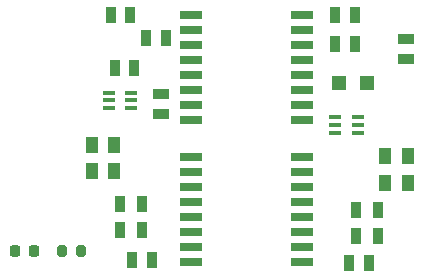
<source format=gbr>
%TF.GenerationSoftware,KiCad,Pcbnew,9.0.0*%
%TF.CreationDate,2025-03-18T13:10:11-04:00*%
%TF.ProjectId,Tarea_2_Aislador_USB,54617265-615f-4325-9f41-69736c61646f,rev?*%
%TF.SameCoordinates,Original*%
%TF.FileFunction,Paste,Top*%
%TF.FilePolarity,Positive*%
%FSLAX46Y46*%
G04 Gerber Fmt 4.6, Leading zero omitted, Abs format (unit mm)*
G04 Created by KiCad (PCBNEW 9.0.0) date 2025-03-18 13:10:11*
%MOMM*%
%LPD*%
G01*
G04 APERTURE LIST*
G04 Aperture macros list*
%AMRoundRect*
0 Rectangle with rounded corners*
0 $1 Rounding radius*
0 $2 $3 $4 $5 $6 $7 $8 $9 X,Y pos of 4 corners*
0 Add a 4 corners polygon primitive as box body*
4,1,4,$2,$3,$4,$5,$6,$7,$8,$9,$2,$3,0*
0 Add four circle primitives for the rounded corners*
1,1,$1+$1,$2,$3*
1,1,$1+$1,$4,$5*
1,1,$1+$1,$6,$7*
1,1,$1+$1,$8,$9*
0 Add four rect primitives between the rounded corners*
20,1,$1+$1,$2,$3,$4,$5,0*
20,1,$1+$1,$4,$5,$6,$7,0*
20,1,$1+$1,$6,$7,$8,$9,0*
20,1,$1+$1,$8,$9,$2,$3,0*%
G04 Aperture macros list end*
%ADD10R,0.950000X1.400000*%
%ADD11R,0.970000X1.470000*%
%ADD12R,1.050000X1.400000*%
%ADD13RoundRect,0.200000X0.200000X0.275000X-0.200000X0.275000X-0.200000X-0.275000X0.200000X-0.275000X0*%
%ADD14R,1.925000X0.650000*%
%ADD15R,1.050000X0.400000*%
%ADD16R,1.470000X0.970000*%
%ADD17RoundRect,0.220000X-0.220000X-0.255000X0.220000X-0.255000X0.220000X0.255000X-0.220000X0.255000X0*%
%ADD18R,1.150000X1.150000*%
G04 APERTURE END LIST*
D10*
%TO.C,R7*%
X139250000Y-85250000D03*
X141150000Y-85250000D03*
%TD*%
D11*
%TO.C,C5*%
X122000000Y-87250000D03*
X120340000Y-87250000D03*
%TD*%
D12*
%TO.C,R8*%
X143650000Y-80750000D03*
X141750000Y-80750000D03*
%TD*%
D13*
%TO.C,R10*%
X116000000Y-86500000D03*
X114360000Y-86500000D03*
%TD*%
D11*
%TO.C,C7*%
X137500000Y-66500000D03*
X139160000Y-66500000D03*
%TD*%
%TO.C,C8*%
X137500000Y-69000000D03*
X139160000Y-69000000D03*
%TD*%
D12*
%TO.C,R2*%
X118800000Y-77500000D03*
X116900000Y-77500000D03*
%TD*%
%TO.C,R1*%
X118800000Y-79750000D03*
X116900000Y-79750000D03*
%TD*%
D14*
%TO.C,IC3*%
X125288000Y-78555000D03*
X125288000Y-79825000D03*
X125288000Y-81095000D03*
X125288000Y-82365000D03*
X125288000Y-83635000D03*
X125288000Y-84905000D03*
X125288000Y-86175000D03*
X125288000Y-87445000D03*
X134712000Y-87445000D03*
X134712000Y-86175000D03*
X134712000Y-84905000D03*
X134712000Y-83635000D03*
X134712000Y-82365000D03*
X134712000Y-81095000D03*
X134712000Y-79825000D03*
X134712000Y-78555000D03*
%TD*%
D15*
%TO.C,IC1*%
X120250000Y-74400000D03*
X120250000Y-73750000D03*
X120250000Y-73100000D03*
X118350000Y-73100000D03*
X118350000Y-73750000D03*
X118350000Y-74400000D03*
%TD*%
D12*
%TO.C,R9*%
X143650000Y-78500000D03*
X141750000Y-78500000D03*
%TD*%
D10*
%TO.C,R4*%
X119250000Y-84750000D03*
X121150000Y-84750000D03*
%TD*%
D16*
%TO.C,C4*%
X122750000Y-73250000D03*
X122750000Y-74910000D03*
%TD*%
D11*
%TO.C,C1*%
X120160000Y-66500000D03*
X118500000Y-66500000D03*
%TD*%
D17*
%TO.C,D1*%
X110420000Y-86500000D03*
X112000000Y-86500000D03*
%TD*%
D11*
%TO.C,C6*%
X140330000Y-87500000D03*
X138670000Y-87500000D03*
%TD*%
%TO.C,C3*%
X120500000Y-71000000D03*
X118840000Y-71000000D03*
%TD*%
D14*
%TO.C,IC2*%
X125288000Y-66505000D03*
X125288000Y-67775000D03*
X125288000Y-69045000D03*
X125288000Y-70315000D03*
X125288000Y-71585000D03*
X125288000Y-72855000D03*
X125288000Y-74125000D03*
X125288000Y-75395000D03*
X134712000Y-75395000D03*
X134712000Y-74125000D03*
X134712000Y-72855000D03*
X134712000Y-71585000D03*
X134712000Y-70315000D03*
X134712000Y-69045000D03*
X134712000Y-67775000D03*
X134712000Y-66505000D03*
%TD*%
D16*
%TO.C,C9*%
X143500000Y-70250000D03*
X143500000Y-68590000D03*
%TD*%
D18*
%TO.C,R5*%
X137825000Y-72250000D03*
X140175000Y-72250000D03*
%TD*%
D10*
%TO.C,R6*%
X139250000Y-83050000D03*
X141150000Y-83050000D03*
%TD*%
%TO.C,R3*%
X119250000Y-82500000D03*
X121150000Y-82500000D03*
%TD*%
D15*
%TO.C,IC4*%
X137500000Y-75200000D03*
X137500000Y-75850000D03*
X137500000Y-76500000D03*
X139400000Y-76500000D03*
X139400000Y-75850000D03*
X139400000Y-75200000D03*
%TD*%
D11*
%TO.C,C2*%
X123160000Y-68500000D03*
X121500000Y-68500000D03*
%TD*%
M02*

</source>
